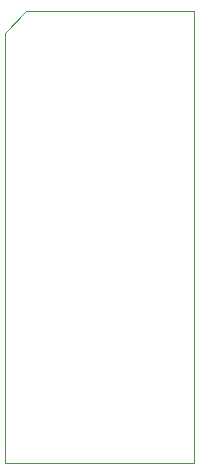
<source format=gbr>
G04 #@! TF.GenerationSoftware,KiCad,Pcbnew,5.1.4-e60b266~84~ubuntu19.04.1*
G04 #@! TF.CreationDate,2019-11-07T13:35:07-05:00*
G04 #@! TF.ProjectId,pcb2molex8878_chamfer,70636232-6d6f-46c6-9578-383837385f63,rev?*
G04 #@! TF.SameCoordinates,Original*
G04 #@! TF.FileFunction,Profile,NP*
%FSLAX46Y46*%
G04 Gerber Fmt 4.6, Leading zero omitted, Abs format (unit mm)*
G04 Created by KiCad (PCBNEW 5.1.4-e60b266~84~ubuntu19.04.1) date 2019-11-07 13:35:07*
%MOMM*%
%LPD*%
G04 APERTURE LIST*
%ADD10C,0.025400*%
G04 APERTURE END LIST*
D10*
X139218400Y-81887000D02*
X139218400Y-118287000D01*
X141018400Y-80087000D02*
X139218400Y-81887000D01*
X155218400Y-80087000D02*
X141018400Y-80087000D01*
X155218400Y-118287000D02*
X155218400Y-80087000D01*
X139218400Y-118287000D02*
X155218400Y-118287000D01*
M02*

</source>
